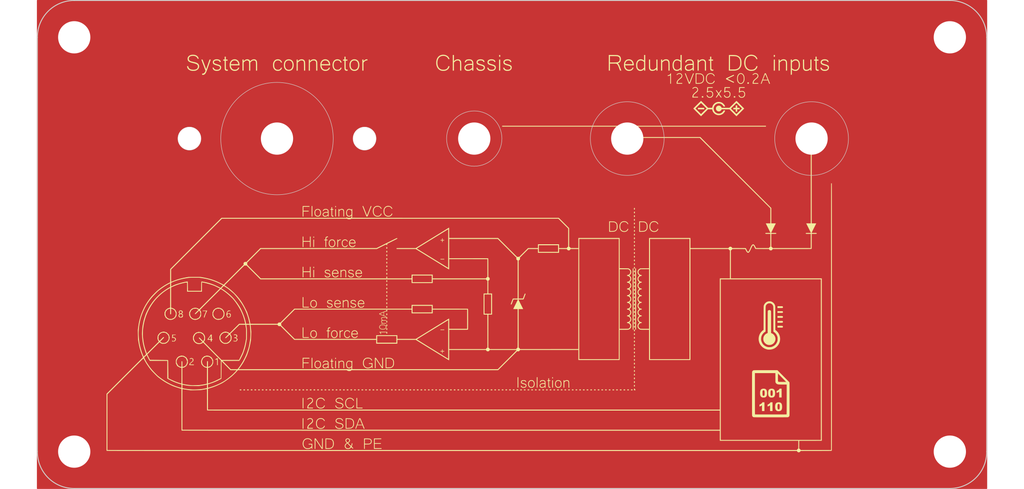
<source format=kicad_pcb>
(kicad_pcb (version 20211014) (generator pcbnew)
  (title_block (title "ADRmu") (date "2022-11-28") (rev "0.8") (company "RPG"))
  (layers (0 "F.Cu" signal) (31 "B.Cu" signal) (34 "B.Paste" user) (35 "F.Paste" user) (36 "B.SilkS" user "B.Silkscreen") (37 "F.SilkS" user "F.Silkscreen") (38 "B.Mask" user) (39 "F.Mask" user) (44 "Edge.Cuts" user))
  (net 0 "")
  (footprint "MountingHole:MountingHole_2.1mm" (layer "F.Cu") (at 189 119)
    (fp_text reference "REF**" hide)
    (fp_text value "MountingHole_2.1mm")
    (pad "" np_thru_hole circle (at 0 0) (size 3.5 3.5) (drill 3.5) (layers F&B.Cu *.Mask))
  )
  (footprint "MountingHole:MountingHole_2.1mm" (layer "F.Cu") (at 137.4 85)
    (fp_text reference "REF**" hide)
    (fp_text value "MountingHole_2.1mm")
    (pad "" np_thru_hole circle (at 0 0) (size 3.5 3.5) (drill 3.5) (layers F&B.Cu *.Mask))
  )
  (footprint "MountingHole:MountingHole_2.1mm" (layer "F.Cu") (at 125.5 85)
    (fp_text reference "REF**" hide)
    (fp_text value "MountingHole_2.1mm")
    (pad "" np_thru_hole circle (at 0 0) (size 2.5 2.5) (drill 2.5) (layers F&B.Cu *.Mask))
  )
  (footprint "MountingHole:MountingHole_2.1mm" (layer "F.Cu") (at 106.5 85)
    (fp_text reference "REF**" hide)
    (fp_text value "MountingHole_2.1mm")
    (pad "" np_thru_hole circle (at 0 0) (size 2.5 2.5) (drill 2.5) (layers F&B.Cu *.Mask))
  )
  (footprint "MountingHole:MountingHole_2.1mm" (layer "F.Cu") (at 94 74)
    (fp_text reference "REF**" hide)
    (fp_text value "MountingHole_2.1mm")
    (pad "" np_thru_hole circle (at 0 0) (size 3.5 3.5) (drill 3.5) (layers F&B.Cu *.Mask))
  )
  (footprint "MountingHole:MountingHole_2.1mm" (layer "F.Cu") (at 174 85)
    (fp_text reference "REF**" hide)
    (fp_text value "MountingHole_2.1mm")
    (pad "" np_thru_hole circle (at 0 0) (size 3.5 3.5) (drill 3.5) (layers F&B.Cu *.Mask))
  )
  (footprint "LOGO" (layer "F.Cu") (at 141.451 96.52)
    (fp_text reference "G***" hide)
    (fp_text value "LOGO" hide)
  )
  (footprint "MountingHole:MountingHole_2.1mm" (layer "F.Cu") (at 154 85)
    (fp_text reference "REF**" hide)
    (fp_text value "MountingHole_2.1mm")
    (pad "" np_thru_hole circle (at 0 0) (size 3.5 3.5) (drill 3.5) (layers F&B.Cu *.Mask))
  )
  (footprint "MountingHole:MountingHole_2.1mm" (layer "F.Cu") (at 94 119)
    (fp_text reference "REF**" hide)
    (fp_text value "MountingHole_2.1mm")
    (pad "" np_thru_hole circle (at 0 0) (size 3.5 3.5) (drill 3.5) (layers F&B.Cu *.Mask))
  )
  (footprint "MountingHole:MountingHole_2.1mm" (layer "F.Cu") (at 116 85)
    (fp_text reference "REF**" hide)
    (fp_text value "MountingHole_2.1mm")
    (pad "" np_thru_hole circle (at 0 0) (size 3.5 3.5) (drill 3.5) (layers F&B.Cu *.Mask))
  )
  (footprint "MountingHole:MountingHole_2.1mm" (layer "F.Cu") (at 189 74)
    (fp_text reference "REF**" hide)
    (fp_text value "MountingHole_2.1mm")
    (pad "" np_thru_hole circle (at 0 0) (size 3.5 3.5) (drill 3.5) (layers F&B.Cu *.Mask))
  )
  (gr_rect (start 90 70) (end 193 123) (layer "F.Cu") (width 0.1) (fill solid))
  (gr_line (start 94 70) (end 189 70) (layer "Edge.Cuts") (width 0.1))
  (gr_circle (center 106.5 85) (end 107.75 85) (layer "Edge.Cuts") (width 0.05) (fill none))
  (gr_line (start 193 74) (end 193 119) (layer "Edge.Cuts") (width 0.1))
  (gr_arc (start 90 74) (mid 91.171583 71.171583) (end 94 70) (layer "Edge.Cuts") (width 0.1))
  (gr_arc (start 193 119) (mid 191.834303 121.834303) (end 189 123) (layer "Edge.Cuts") (width 0.1))
  (gr_line (start 189 123) (end 94 123) (layer "Edge.Cuts") (width 0.1))
  (gr_circle (center 174 85) (end 178 85) (layer "Edge.Cuts") (width 0.05) (fill none))
  (gr_arc (start 189 70) (mid 191.828427 71.171573) (end 193 74) (layer "Edge.Cuts") (width 0.1))
  (gr_line (start 90 119) (end 90 74) (layer "Edge.Cuts") (width 0.1))
  (gr_circle (center 154 85) (end 158 85) (layer "Edge.Cuts") (width 0.05) (fill none))
  (gr_circle (center 137.4 85) (end 140.4 85) (layer "Edge.Cuts") (width 0.05) (fill none))
  (gr_circle locked (center 116 85) (end 122.1 85) (layer "Edge.Cuts") (width 0.05) (fill none))
  (gr_circle (center 125.5 85) (end 126.75 85) (layer "Edge.Cuts") (width 0.05) (fill none))
  (gr_arc (start 94 123) (mid 91.165721 121.834279) (end 90 119) (layer "Edge.Cuts") (width 0.1))
)
</source>
